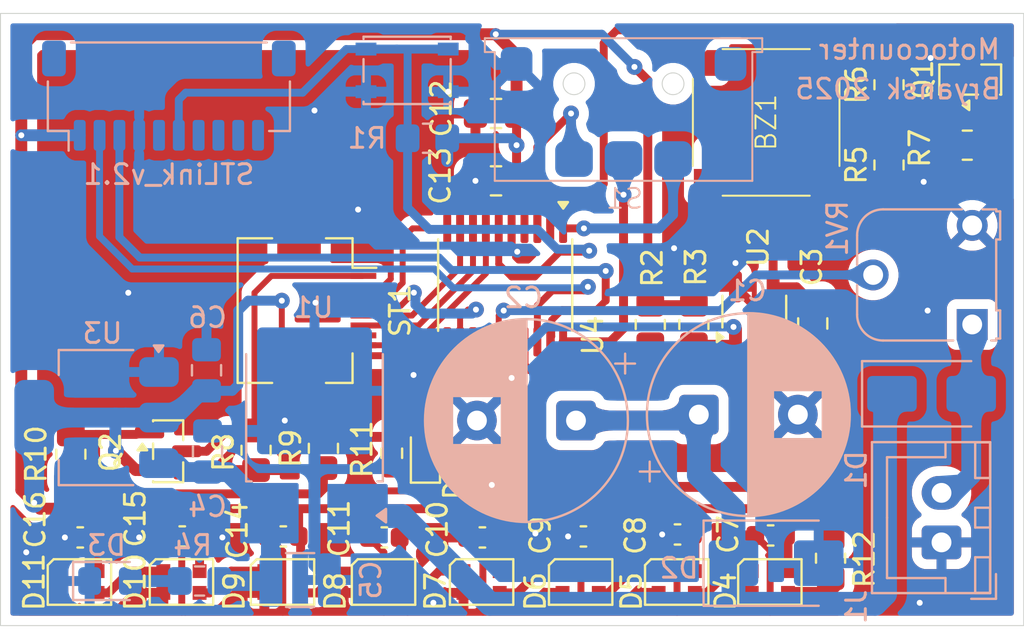
<source format=kicad_pcb>
(kicad_pcb (version 20241229) (generator "pcbnew") (generator_version "9.0")
  (layers (0 "F.Cu" signal) (2 "B.Cu" signal) (13 "F.Paste" user) (15 "B.Paste" user) (5 "F.SilkS" user "F.Silkscreen") (7 "B.SilkS" user "B.Silkscreen") (1 "F.Mask" user) (3 "B.Mask" user) (25 "Edge.Cuts" user))
  (net 0 "")
  (net 1 "Net-(BZ1-Pad2)")
  (net 2 "Net-(Q1-D)")
  (net 5 "Net-(D1-K)")
  (net 6 "GND")
  (net 7 "+3.3V")
  (net 8 "+5V")
  (net 9 "ADC")
  (net 10 "Net-(D3-A)")
  (net 11 "Net-(D4-DOUT)")
  (net 12 "ws2812")
  (net 13 "Net-(D5-DOUT)")
  (net 14 "Net-(D6-DOUT)")
  (net 15 "Net-(D7-DOUT)")
  (net 16 "Net-(D8-DOUT)")
  (net 17 "Net-(D10-DIN)")
  (net 18 "Net-(D10-DOUT)")
  (net 20 "SWCLK")
  (net 21 "SWDIO")
  (net 22 "rst")
  (net 23 "Net-(Q1-G)")
  (net 24 "Net-(Q2-G)")
  (net 25 "LED_display")
  (net 26 "SDA")
  (net 27 "SCL")
  (net 28 "buzzer")
  (net 29 "backlight")
  (net 30 "ADC2MCU")
  (net 32 "LEFT_BUTTON")
  (net 33 "RIGHT_BUTTON")
  (net 34 "OK_BUTTON")
  (net 35 "SCK")
  (net 36 "DC_disp")
  (net 37 "MOSI")
  (net 38 "RESET_disp")
  (net 39 "CS_disp")
  (net 40 "Net-(D12-K)")
  (net 41 "PWM_LED")
  (net 42 "Net-(D4-DIN)")
  (footprint "Capacitor_SMD:C_0603_1608Metric" (layer "F.Cu") (at 146.125 100.6)
    (property "Reference" "C10")
    (property "Value" "100n" (hide yes))
  )
  (footprint "Capacitor_SMD:C_0603_1608Metric" (layer "F.Cu") (at 160.675 100.5 180)
    (property "Reference" "C7")
    (property "Value" "100n" (hide yes))
  )
  (footprint "Capacitor_SMD:C_0805_2012Metric_Pad1.18x1.45mm_HandSolder" (layer "F.Cu") (at 146.8125 82.6)
    (property "Reference" "C13")
    (property "Value" "100n" (hide yes))
  )
  (footprint "Package_SO:TSSOP-20_4.4x6.5mm_P0.65mm" (layer "F.Cu") (at 147.275 87.8625 -90)
    (property "Reference" "U4")
    (property "Value" "STM32G030F6Px" (hide yes))
  )
  (footprint "Resistor_SMD:R_0805_2012Metric_Pad1.20x1.40mm_HandSolder" (layer "F.Cu") (at 156.8 89.85 -90)
    (property "Reference" "R3")
    (property "Value" "10k" (hide yes))
  )
  (footprint "Package_TO_SOT_SMD:SOT-23" (layer "F.Cu") (at 170.75 77.4875 90)
    (property "Reference" "Q1")
    (property "Value" "AO3400A" (hide yes))
  )
  (footprint "LED_SMD:LED_WS2812B-2020_PLCC4_2.0x2.0mm" (layer "F.Cu") (at 160.635 102.85)
    (property "Reference" "D4")
    (property "Value" "WS2812B-2020" (hide yes))
  )
  (footprint "Resistor_SMD:R_0805_2012Metric_Pad1.20x1.40mm_HandSolder" (layer "F.Cu") (at 134.7 96.2 90)
    (property "Reference" "R8")
    (property "Value" "100" (hide yes))
  )
  (footprint "Resistor_SMD:R_0805_2012Metric_Pad1.20x1.40mm_HandSolder" (layer "F.Cu") (at 154.6 89.85 -90)
    (property "Reference" "R2")
    (property "Value" "10k" (hide yes))
  )
  (footprint "Capacitor_SMD:C_0603_1608Metric" (layer "F.Cu") (at 136.075 100.55)
    (property "Reference" "C14")
    (property "Value" "100n" (hide yes))
  )
  (footprint "LED_SMD:LED_WS2812B-2020_PLCC4_2.0x2.0mm" (layer "F.Cu") (at 125.785 102.85)
    (property "Reference" "D11")
    (property "Value" "WS2812B-2020" (hide yes))
  )
  (footprint "own_library:Buzzer_7525" (layer "F.Cu") (at 160.45 79.65)
    (property "Reference" "BZ1")
    (property "Value" "BZ7525")
  )
  (footprint "Capacitor_SMD:C_0603_1608Metric" (layer "F.Cu") (at 125.825 100.6)
    (property "Reference" "C16")
    (property "Value" "100n" (hide yes))
  )
  (footprint "LED_SMD:LED_WS2812B-2020_PLCC4_2.0x2.0mm" (layer "F.Cu") (at 155.935 102.85)
    (property "Reference" "D5")
    (property "Value" "WS2812B-2020" (hide yes))
  )
  (footprint "LED_SMD:LED_WS2812B-2020_PLCC4_2.0x2.0mm" (layer "F.Cu") (at 141.135 102.85)
    (property "Reference" "D8")
    (property "Value" "WS2812B-2020" (hide yes))
  )
  (footprint "LED_SMD:LED_WS2812B-2020_PLCC4_2.0x2.0mm" (layer "F.Cu") (at 136.035 102.85)
    (property "Reference" "D9")
    (property "Value" "WS2812B-2020" (hide yes))
  )
  (footprint "Package_TO_SOT_SMD:SOT-23-5_HandSoldering" (layer "F.Cu") (at 159.85 89.3 90)
    (property "Reference" "U2")
    (property "Value" "AT24CS02-STUM" (hide yes))
  )
  (footprint "Capacitor_SMD:C_0603_1608Metric" (layer "F.Cu") (at 141.175 100.6)
    (property "Reference" "C11")
    (property "Value" "100n" (hide yes))
  )
  (footprint "Capacitor_SMD:C_0603_1608Metric" (layer "F.Cu") (at 151.225 100.55)
    (property "Reference" "C9")
    (property "Value" "100n" (hide yes))
  )
  (footprint "Package_TO_SOT_SMD:SOT-23" (layer "F.Cu") (at 130.2625 96.25)
    (property "Reference" "Q2")
    (property "Value" "AO3401A" (hide yes))
  )
  (footprint "Connector_FFC-FPC:Hirose_FH12-8S-0.5SH_1x08-1MP_P0.50mm_Horizontal" (layer "F.Cu") (at 138.27074 89.15 -90)
    (property "Reference" "ST1")
    (property "Value" "display")
  )
  (footprint "Capacitor_SMD:C_0805_2012Metric_Pad1.18x1.45mm_HandSolder" (layer "F.Cu") (at 162.8 89.8 -90)
    (property "Reference" "C3")
    (property "Value" "100n" (hide yes))
  )
  (footprint "Capacitor_SMD:C_0603_1608Metric" (layer "F.Cu") (at 130.975 100.55)
    (property "Reference" "C15")
    (property "Value" "100n" (hide yes))
  )
  (footprint "LED_SMD:LED_WS2812B-2020_PLCC4_2.0x2.0mm" (layer "F.Cu") (at 146.085 102.85)
    (property "Reference" "D7")
    (property "Value" "WS2812B-2020" (hide yes))
  )
  (footprint "Resistor_SMD:R_0805_2012Metric_Pad1.20x1.40mm_HandSolder" (layer "F.Cu") (at 138.1 96.1 90)
    (property "Reference" "R9")
    (property "Value" "100" (hide yes))
  )
  (footprint "Capacitor_SMD:C_0805_2012Metric_Pad1.18x1.45mm_HandSolder" (layer "F.Cu") (at 146.8125 79.2)
    (property "Reference" "C12")
    (property "Value" "4.7u" (hide yes))
  )
  (footprint "Resistor_SMD:R_0805_2012Metric_Pad1.20x1.40mm_HandSolder" (layer "F.Cu") (at 163.7 101.65 90)
    (property "Reference" "R12")
    (property "Value" "220" (hide yes))
  )
  (footprint "LED_SMD:LED_WS2812B-2020_PLCC4_2.0x2.0mm" (layer "F.Cu") (at 130.935 102.85)
    (property "Reference" "D10")
    (property "Value" "WS2812B-2020" (hide yes))
  )
  (footprint "LED_SMD:LED_0603_1608Metric" (layer "F.Cu") (at 143.25 96.35 90)
    (property "Reference" "D12")
    (property "Value" "LED" (hide yes))
  )
  (footprint "Resistor_SMD:R_0805_2012Metric_Pad1.20x1.40mm_HandSolder" (layer "F.Cu") (at 166.65 81.8 90)
    (property "Reference" "R5")
    (property "Value" "22R" (hide yes))
  )
  (footprint "Resistor_SMD:R_0805_2012Metric_Pad1.20x1.40mm_HandSolder" (layer "F.Cu") (at 166.65 77.75 90)
    (property "Reference" "R6")
    (property "Value" "100" (hide yes))
  )
  (footprint "Capacitor_SMD:C_0603_1608Metric" (layer "F.Cu") (at 155.975 100.45 180)
    (property "Reference" "C8")
    (property "Value" "100n" (hide yes))
  )
  (footprint "Resistor_SMD:R_0805_2012Metric_Pad1.20x1.40mm_HandSolder" (layer "F.Cu") (at 170.6 80.8)
    (property "Reference" "R7")
    (property "Value" "1k" (hide yes))
  )
  (footprint "Resistor_SMD:R_0603_1608Metric" (layer "F.Cu") (at 141.55 96.35 90)
    (property "Reference" "R11")
    (property "Value" "1k" (hide yes))
  )
  (footprint "Resistor_SMD:R_0805_2012Metric_Pad1.20x1.40mm_HandSolder" (layer "F.Cu") (at 125.35 96.4 -90)
    (property "Reference" "R10")
    (property "Value" "10k" (hide yes))
  )
  (footprint "LED_SMD:LED_WS2812B-2020_PLCC4_2.0x2.0mm" (layer "F.Cu") (at 151.085 102.85)
    (property "Reference" "D6")
    (property "Value" "WS2812B-2020" (hide yes))
  )
  (footprint "Button_Switch_SMD:SW_SPST_PTS810" (layer "B.Cu") (at 142.325 77.025)
    (property "Reference" "rst_but1" (hide yes))
    (property "Value" "SW2")
  )
  (footprint "Capacitor_SMD:C_0805_2012Metric_Pad1.18x1.45mm_HandSolder" (layer "B.Cu") (at 132.25 96.2625 90)
    (property "Reference" "C4")
    (property "Value" "100n" (hide yes))
  )
  (footprint "Potentiometer_THT:Potentiometer_Runtron_RM-065_Vertical" (layer "B.Cu") (at 170.85 89.85 90)
    (property "Reference" "RV1")
    (property "Value" "50k" (hide yes))
  )
  (footprint "Capacitor_SMD:C_1210_3225Metric" (layer "B.Cu") (at 136.925 102.75)
    (property "Reference" "C5")
    (property "Value" "100n" (hide yes))
  )
  (footprint "Capacitor_THT:CP_Radial_D10.0mm_P5.00mm" (layer "B.Cu") (at 157.05 94.4)
    (property "Reference" "C1")
    (property "Value" "1000uF" (hide yes))
  )
  (footprint "Package_TO_SOT_SMD:SOT-223-3_TabPin2" (layer "B.Cu") (at 126.65 94.55 180)
    (property "Reference" "U3")
    (property "Value" "AMS1117-3.3" (hide yes))
  )
  (footprint "Diode_SMD:D_SMA" (layer "B.Cu") (at 168.8 93.35)
    (property "Reference" "D1")
    (property "Value" "SS34" (hide yes))
  )
  (footprint "LED_SMD:LED_0805_2012Metric_Pad1.15x1.40mm_HandSolder" (layer "B.Cu") (at 127.325 102.8)
    (property "Reference" "D3")
    (property "Value" "LED" (hide yes))
  )
  (footprint "Resistor_SMD:R_0805_2012Metric_Pad1.20x1.40mm_HandSolder" (layer "B.Cu") (at 143.35 80.45 180)
    (property "Reference" "R1")
    (property "Value" "10k" (hide yes))
  )
  (footprint "Connector_JST:JST_XH_B2B-XH-A_1x02_P2.50mm_Vertical" (layer "B.Cu") (at 169.3 100.85 90)
    (property "Reference" "J1")
    (property "Value" "Conn_01x02_Socket" (hide yes))
  )
  (footprint "Capacitor_SMD:C_0805_2012Metric_Pad1.18x1.45mm_HandSolder" (layer "B.Cu") (at 132.2 92.1625 90)
    (property "Reference" "C6")
    (property "Value" "2.2uF" (hide yes))
  )
  (footprint "Diode_SMD:D_SMB" (layer "B.Cu") (at 160.95 101.9)
    (property "Reference" "D2")
    (property "Value" "SMAJ16A" (hide yes))
  )
  (footprint "Resistor_SMD:R_0805_2012Metric_Pad1.20x1.40mm_HandSolder" (layer "B.Cu") (at 131.85 102.8)
    (property "Reference" "R4")
    (property "Value" "10k" (hide yes))
  )
  (footprint "own_library:slide_button" (layer "B.Cu") (at 153.25 75.9 180)
    (property "Reference" "S1")
    (property "Value" "~" (hide yes))
    (fp_circle (center 2.5 -1.8) (end 3.05 -1.8) (stroke (width 0.05)) (fill no) (layer "Edge.Cuts"))
    (fp_circle (center -2.5 -1.8) (end -1.95 -1.8) (stroke (width 0.05)) (fill no) (layer "Edge.Cuts"))
  )
  (footprint "Capacitor_THT:CP_Radial_D10.0mm_P5.00mm" (layer "B.Cu") (at 150.85 94.7 180)
    (property "Reference" "C2")
    (property "Value" "1000uF" (hide yes))
  )
  (footprint "Package_TO_SOT_SMD:TO-252-2" (layer "B.Cu") (at 137.65 94.46 90)
    (property "Reference" "U1")
    (property "Value" "L7805" (hide yes))
  )
  (footprint "Connector_JST:JST_SH_SM10B-SRSS-TB_1x10-1MP_P1.00mm_Horizontal" (layer "B.Cu") (at 130.3 78.3)
    (property "Reference" "STLink_v2.1")
    (property "Value" "~")
  )
  (gr_rect (start 134 97.95) (end 136.75 100.8) (stroke (width 0.2)) (fill yes) (layers "B.Cu" "B.Mask") (net 8))
  (gr_rect (start 138.4 98) (end 141.25 100.8) (stroke (width 0.2)) (fill yes) (layers "B.Cu" "B.Mask") (net 5))
  (gr_rect (start 121.8 74.15) (end 173.45 105.05) (stroke (width 0.05)) (fill no) (layer "Edge.Cuts"))
  (gr_text "Bryansk 2025\n" (at 172.4 78.55 0) (layer "B.SilkS") (effects (font (size 1 1)) (justify left bottom mirror)))
  (gr_text "Motocounter\n" (at 172.35 76.55 0) (layer "B.SilkS") (effects (font (size 1 1)) (justify left bottom mirror)))
  (segment (start 157.45 81) (end 157.45 82.65) (width 0.4) (layer "F.Cu") (net 1))
  (segment (start 166.65 80.8) (end 166.15 80.3) (width 0.4) (layer "F.Cu") (net 1))
  (segment (start 158.15 80.3) (end 157.45 81) (width 0.4) (layer "F.Cu") (net 1))
  (segment (start 166.15 80.3) (end 158.15 80.3) (width 0.4) (layer "F.Cu") (net 1))
  (segment (start 163.8 84.35) (end 168.55 84.35) (width 0.4) (layer "F.Cu") (net 2))
  (segment (start 169.7 83.2) (end 172 83.2) (width 0.4) (layer "F.Cu") (net 2))
  (segment (start 163.45 84) (end 163.8 84.35) (width 0.4) (layer "F.Cu") (net 2))
  (segment (start 172.2 76.85) (end 171.05 76.85) (width 0.4) (layer "F.Cu") (net 2))
  (segment (start 172.7 77.35) (end 172.2 76.85) (width 0.4) (layer "F.Cu") (net 2))
  (segment (start 171.05 76.85) (end 170.75 76.55) (width 0.35) (layer "F.Cu") (net 2))
  (segment (start 163.45 82.65) (end 163.45 84) (width 0.4) (layer "F.Cu") (net 2))
  (segment (start 168.55 84.35) (end 169.7 83.2) (width 0.4) (layer "F.Cu") (net 2))
  (segment (start 172.7 82.5) (end 172.7 77.35) (width 0.4) (layer "F.Cu") (net 2))
  (segment (start 172 83.2) (end 172.7 82.5) (width 0.4) (layer "F.Cu") (net 2))
  (segment (start 156.75 94.7) (end 157.05 94.4) (width 1) (layer "F.Cu") (net 5))
  (segment (start 150.85 94.7) (end 156.75 94.7) (width 1) (layer "F.Cu") (net 5))
  (segment (start 157.05 97.45) (end 158.8 99.2) (width 1.2) (layer "B.Cu") (net 5))
  (segment (start 165.95 103.95) (end 146.5 103.95) (width 1.2) (layer "B.Cu") (net 5))
  (segment (start 156.65 94.4) (end 156.35 94.7) (width 0.6) (layer "B.Cu") (net 5))
  (segment (start 166.8 93.35) (end 166.45 93.7) (width 1.2) (layer "B.Cu") (net 5))
  (segment (start 166.45 93.7) (end 166.45 103.45) (width 1.2) (layer "B.Cu") (net 5))
  (segment (start 157.05 94.4) (end 156.65 94.4) (width 0.6) (layer "B.Cu") (net 5))
  (segment (start 142.07 99.52) (end 139.95 99.52) (width 1.2) (layer "B.Cu") (net 5))
  (segment (start 139.95 99.52) (end 139.93 99.5) (width 1) (layer "B.Cu") (net 5))
  (segment (start 146.5 103.95) (end 142.07 99.52) (width 1.2) (layer "B.Cu") (net 5))
  (segment (start 156.35 94.7) (end 150.85 94.7) (width 1) (layer "B.Cu") (net 5))
  (segment (start 157.05 94.4) (end 157.05 97.45) (width 1.2) (layer "B.Cu") (net 5))
  (segment (start 158.8 99.2) (end 158.8 103.8) (width 1.2) (layer "B.Cu") (net 5))
  (segment (start 166.45 103.45) (end 165.95 103.95) (width 1.2) (layer "B.Cu") (net 5))
  (segment (start 146.15 101.4) (end 146.15 104.374) (width 0.35) (layer "F.Cu") (net 6))
  (segment (start 135.3 100.55) (end 136.05 101.3) (width 0.35) (layer "F.Cu") (net 6))
  (segment (start 140.4 100.6) (end 141.15 101.35) (width 0.35) (layer "F.Cu") (net 6))
  (segment (start 141.5 87.55) (end 141.5 83.65) (width 0.3) (layer "F.Cu") (net 6))
  (segment (start 159.9 100.5) (end 160.65 101.25) (width 0.35) (layer "F.Cu") (net 6))
  (segment (start 138.55 87.9) (end 137.7 88.75) (width 0.3) (layer "F.Cu") (net 6))
  (segment (start 155.2 100.45) (end 155.95 101.2) (width 0.35) (layer "F.Cu") (net 6))
  (segment (start 159.85 88.9) (end 159.85 90.65) (width 0.45) (layer "F.Cu") (net 6))
  (segment (start 158.9 87.95) (end 159.85 88.9) (width 0.45) (layer "F.Cu") (net 6))
  (segment (start 150.45 100.55) (end 151.1 101.2) (width 0.35) (layer "F.Cu") (net 6))
  (segment (start 141.15 87.9) (end 141.5 87.55) (width 0.3) (layer "F.Cu") (net 6))
  (segment (start 151.1 103.9) (end 151.1 104.15) (width 0.35) (layer "F.Cu") (net 6))
  (segment (start 147.6 85.9) (end 147.6 85) (width 0.4) (layer "F.Cu") (net 6))
  (segment (start 158.9 87.95) (end 158.9 86.75) (width 0.45) (layer "F.Cu") (net 6))
  (segment (start 155.95 101.2) (end 155.95 104.374) (width 0.35) (layer "F.Cu") (net 6))
  (segment (start 145.35 100.6) (end 146.15 101.4) (width 0.35) (layer "F.Cu") (net 6))
  (segment (start 151.1 101.2) (end 151.1 103.9) (width 0.35) (layer "F.Cu") (net 6))
  (segment (start 160.65 101.25) (end 160.65 104.374) (width 0.35) (layer "F.Cu") (net 6))
  (segment (start 142.55 82.6) (end 145.775 82.6) (width 0.3) (layer "F.Cu") (net 6))
  (segment (start 130.95 101.3) (end 130.95 104.374) (width 0.35) (layer "F.Cu") (net 6))
  (segment (start 142.35 104.374) (end 164.05 104.374) (width 0.35) (layer "F.Cu") (net 6))
  (segment (start 131.124 104.374) (end 122.774 104.374) (width 0.35) (layer "F.Cu") (net 6))
  (segment (start 145.775 82.6) (end 145.775 83.275) (width 0.35) (layer "F.Cu") (net 6))
  (segment (start 147.6 84.05) (end 147.6 85) (width 0.35) (layer "F.Cu") (net 6))
  (segment (start 136.05 101.3) (end 136.05 104.374) (width 0.35) (layer "F.Cu") (net 6))
  (segment (start 141.15 101.35) (end 141.15 104.374) (width 0.35) (layer "F.Cu") (net 6))
  (segment (start 131.124 104.374) (end 142.35 104.374) (width 0.35) (layer "F.Cu") (net 6))
  (segment (start 141.5 83.65) (end 142.55 82.6) (width 0.3) (layer "F.Cu") (net 6))
  (segment (start 140.12074 87.9) (end 138.55 87.9) (width 0.3) (layer "F.Cu") (net 6))
  (segment (start 147.877501 86.177501) (end 147.6 85.9) (width 0.4) (layer "F.Cu") (net 6))
  (segment (start 145.775 83.275) (end 146.15 83.65) (width 0.35) (layer "F.Cu") (net 6))
  (segment (start 130.2 100.55) (end 130.95 101.3) (width 0.35) (layer "F.Cu") (net 6))
  (segment (start 147.2 83.65) (end 147.6 84.05) (width 0.35) (layer "F.Cu") (net 6))
  (segment (start 137.7 88.75) (end 137.25 89.2) (width 0.3) (layer "F.Cu") (net 6))
  (segment (start 146.15 83.65) (end 147.2 83.65) (width 0.35) (layer "F.Cu") (net 6))
  (segment (start 147.884575 86.177501) (end 147.877501 86.177501) (width 0.4) (layer "F.Cu") (net 6))
  (segment (start 140.12074 87.9) (end 141.15 87.9) (width 0.3) (layer "F.Cu") (net 6))
  (via (at 139.85 84.05) (size 0.6) (drill 0.3) (layers "F.Cu" "B.Cu") (net 6))
  (via (at 168.6 89.15) (size 0.8) (drill 0.3) (layers "F.Cu" "B.Cu") (net 6))
  (via (at 125.05 100.6) (size 0.6) (drill 0.3) (layers "F.Cu" "B.Cu") (net 6))
  (via (at 146.6 97.95) (size 0.8) (drill 0.3) (layers "F.Cu" "B.Cu") (net 6))
  (via (at 136.15 94.7) (size 0.8) (drill 0.3) (layers "F.Cu" "B.Cu") (net 6))
  (via (at 142.65 92.4) (size 0.8) (drill 0.3) (layers "F.Cu" "B.Cu") (net 6))
  (via (at 147.884575 86.177501) (size 0.6) (drill 0.3) (layers "F.Cu" "B.Cu") (net 6))
  (via (at 148.8 100.4) (size 0.8) (drill 0.3) (layers "F.Cu" "B.Cu") (net 6))
  (via (at 137.65 79.05) (size 0.8) (drill 0.3) (layers "F.Cu" "B.Cu") (net 6))
  (via (at 155.8 86) (size 0.8) (drill 0.3) (layers "F.Cu" "B.Cu") (net 6))
  (via (at 133 100.6) (size 0.8) (drill 0.3) (layers "F.Cu" "B.Cu") (net 6))
  (via (at 158.9 86.75) (size 0.8) (drill 0.3) (layers "F.Cu" "B.Cu") (net 6))
  (via (at 137.7 88.75) (size 0.8) (drill 0.3) (layers "F.Cu" "B.Cu") (net 6))
  (via (at 150.45 100.55) (size 0.8) (drill 0.3) (layers "F.Cu" "B.Cu") (net 6))
  (via (at 168.2 103.9) (size 0.8) (drill 0.3) (layers "F.Cu" "B.Cu") (net 6))
  (via (at 168.4 82.65) (size 0.8) (drill 0.3) (layers "F.Cu" "B.Cu") (net 6))
  (via (at 123.1 101.35) (size 0.8) (drill 0.3) (layers "F.Cu" "B.Cu") (net 6))
  (via (at 168.75 76.4) (size 0.8) (drill 0.3) (layers "F.Cu" "B.Cu") (net 6))
  (via (at 128.25 88.25) (size 0.8) (drill 0.3) (layers "F.Cu" "B.Cu") (net 6))
  (via (at 143.65 103.9) (size 0.6) (drill 0.3) (layers "F.Cu" "B.Cu") (net 6))
  (via (at 128.8 100.6) (size 0.8) (drill 0.3) (layers "F.Cu" "B.Cu") (net 6))
  (via (at 144.4 78.1) (size 0.6) (drill 0.3) (layers "F.Cu" "B.Cu") (net 6))
  (via (at 145.775 82.6) (size 0.8) (drill 0.3) (layers "F.Cu" "B.Cu") (net 6))
  (via (at 155.2 100.45) (size 0.8) (drill 0.3) (layers "F.Cu" "B.Cu") (net 6))
  (segment (start 137.65 102) (end 138.4 102.75) (width 0.6) (layer "B.Cu") (net 6))
  (segment (start 135.625 95.225) (end 136.15 94.7) (width 0.4) (layer "B.Cu") (net 6))
  (segment (start 140.773 85.873) (end 139.845 84.945) (width 0.4) (layer "B.Cu") (net 6))
  (segment (start 147.884575 86.177501) (end 147.580074 85.873) (width 0.4) (layer "B.Cu") (net 6))
  (segment (start 146.85 76.7) (end 145.55 75.4) (width 0.6) (layer "B.Cu") (net 6))
  (segment (start 132.2 89.55) (end 132.1 89.45) (width 0.4) (layer "B.Cu") (net 6))
  (segment (start 147.85 76.7) (end 146.85 76.7) (width 0.6) (layer "B.Cu") (net 6))
  (segment (start 147.580074 85.873) (end 140.773 85.873) (width 0.4) (layer "B.Cu") (net 6))
  (segment (start 137.65 93.2) (end 137.65 102) (width 0.6) (layer "B.Cu") (net 6))
  (segment (start 132.25 95.225) (end 135.625 95.225) (width 0.6) (layer "B.Cu") (net 6))
  (segment (start 139.85 84.94) (end 139.85 84.05) (width 0.4) (layer "B.Cu") (net 6))
  (segment (start 132.2 91.125) (end 132.2 89.55) (width 0.4) (layer "B.Cu") (net 6))
  (segment (start 139.845 84.945) (end 139.85 84.94) (width 0.4) (layer "B.Cu") (net 6))
  (segment (start 136.15 94.7) (end 137.65 93.2) (width 0.4) (layer "B.Cu") (net 6))
  (segment (start 140.12074 90.4) (end 136.35 90.4) (width 0.3) (layer "F.Cu") (net 7))
  (segment (start 160.8 81.8) (end 160.8 85.85) (width 0.45) (layer "F.Cu") (net 7))
  (segment (start 147.85 82.6) (end 147.85 79.2) (width 0.45) (layer "F.Cu") (net 7))
  (segment (start 148.25 83) (end 147.85 82.6) (width 0.35) (layer "F.Cu") (net 7))
  (segment (start 156.75 100.45) (end 156.75 99.15) (width 0.45) (layer "F.Cu") (net 7))
  (segment (start 156.8 86.8) (end 157.75 85.85) (width 0.45) (layer "F.Cu") (net 7))
  (segment (start 152.1 99.15) (end 156.75 99.15) (width 0.45) (layer "F.Cu") (net 7))
  (segment (start 160.8 85.85) (end 160.8 87.95) (width 0.45) (layer "F.Cu") (net 7))
  (segment (start 156.85 100.55) (end 156.75 100.45) (width 0.45) (layer "F.Cu") (net 7))
  (segment (start 131.85 102.3) (end 131.85 100.65) (width 0.45) (layer "F.Cu") (net 7))
  (segment (start 125.35 99.15) (end 126.6 99.15) (width 0.6) (layer "F.Cu") (net 7))
  (segment (start 166.65 82.8) (end 165 81.15) (width 0.45) (layer "F.Cu") (net 7))
  (segment (start 156.8 88.85) (end 156.8 86.8) (width 0.45) (layer "F.Cu") (net 7))
  (segment (start 165 81.15) (end 161.45 81.15) (width 0.45) (layer "F.Cu") (net 7))
  (segment (start 127.65 96.225) (end 127.625 96.225) (width 0.6) (layer "F.Cu") (net 7))
  (segment (start 136 90.05) (end 136 88.65) (width 0.3) (layer "F.Cu") (net 7))
  (segment (start 152 100.55) (end 152 99.25) (width 0.45) (layer "F.Cu") (net 7))
  (segment (start 142.05 99.15) (end 146.85 99.15) (width 0.45) (layer "F.Cu") (net 7))
  (segment (start 154.474 88.724) (end 154.474 77.524) (width 0.45) (layer "F.Cu") (net 7))
  (segment (start 136.85 99.2) (end 136.8 99.15) (width 0.45) (layer "F.Cu") (net 7))
  (segment (start 152 102.3) (end 152 100.55) (width 0.45) (layer "F.Cu") (net 7))
  (segment (start 141.95 100.6) (end 141.95 99.25) (width 0.45) (layer "F.Cu") (net 7))
  (segment (start 161.45 99.55) (end 161.45 100.5) (width 0.45) (layer "F.Cu") (net 7))
  (segment (start 136.35 90.4) (end 136 90.05) (width 0.3) (layer "F.Cu") (net 7))
  (segment (start 161.9875 87.95) (end 162.8 88.7625) (width 0.45) (layer "F.Cu") (net 7))
  (segment (start 126.6 99.15) (end 131.8 99.15) (width 0.45) (layer "F.Cu") (net 7))
  (segment (start 161.55 100.6) (end 161.45 100.5) (width 0.45) (layer "F.Cu") (net 7))
  (segment (start 154.6 88.85) (end 156.8 88.85) (width 0.45) (layer "F.Cu") (net 7))
  (segment (start 154.474 77.524) (end 153.8 76.85) (width 0.45) (layer "F.Cu") (net 7))
  (segment (start 122.85 80.15) (end 122.85 80.3) (width 0.6) (layer "F.Cu") (net 7))
  (segment (start 131.85 100.65) (end 131.75 100.55) (width 0.45) (layer "F.Cu") (net 7))
  (segment (start 152 99.25) (end 152.1 99.15) (width 0.45) (layer "F.Cu") (net 7))
  (segment (start 161.45 81.15) (end 160.8 81.8) (width 0.45) (layer "F.Cu") (net 7))
  (segment (start 146.8 75.2) (end 147.85 76.25) (width 0.6) (layer "F.Cu") (net 7))
  (segment (start 156.85 102.3) (end 156.85 100.55) (width 0.45) (layer "F.Cu") (net 7))
  (segment (start 126.6 99.15) (end 126.6 100.6) (width 0.45) (layer "F.Cu") (net 7))
  (segment (start 141.95 99.25) (end 142.05 99.15) (width 0.45) (layer "F.Cu") (net 7))
  (segment (start 122.85 75.85) (end 123.5 75.2) (width 0.6) (layer "F.Cu") (net 7))
  (segment (start 131.75 99.2) (end 131.8 99.15) (width 0.45) (layer "F.Cu") (net 7))
  (segment (start 156.75 99.15) (end 161.05 99.15) (width 0.45) (layer "F.Cu") (net 7))
  (segment (start 126.7 100.7) (end 126.6 100.6) (width 0.45) (layer "F.Cu") (net 7))
  (segment (start 147 102.3) (end 147 100.7) (width 0.45) (layer "F.Cu") (net 7))
  (segment (start 123.8 99.15) (end 125.35 99.15) (width 0.6) (layer "F.Cu") (net 7))
  (segment (start 123.5 98.85) (end 123.8 99.15) (width 0.6) (layer "F.Cu") (net 7))
  (segment (start 128.625 97.2) (end 127.65 96.225) (width 0.6) (layer "F.Cu") (net 7))
  (segment (start 122.85 80.15) (end 122.85 75.85) (width 0.6) (layer "F.Cu") (net 7))
  (segment (start 154.6 88.85) (end 154.474 88.724) (width 0.45) (layer "F.Cu") (net 7))
  (segment (start 147 100.7) (end 146.9 100.6) (width 0.45) (layer "F.Cu") (net 7))
  (segment (start 131.8 99.15) (end 136.8 99.15) (width 0.45) (layer "F.Cu") (net 7))
  (segment (start 136.85 100.55) (end 136.85 99.2) (width 0.45) (layer "F.Cu") (net 7))
  (segment (start 146.85 99.15) (end 152.1 99.15) (width 0.45) (layer "F.Cu") (net 7))
  (segment (start 125.35 97.4) (end 125.35 99.15) (width 0.6) (layer "F.Cu") (net 7))
  (segment (start 146.9 100.6) (end 146.9 99.2) (width 0.45) (layer "F.Cu") (net 7))
  (segment (start 136.95 102.3) (end 136.95 100.65) (width 0.45) (layer "F.Cu") (net 7))
  (segment (start 146.9 99.2) (end 146.85 99.15) (width 0.45) (layer "F.Cu") (net 7))
  (segment (start 122.85 80.3) (end 122.85 98.2) (width 0.6) (layer "F.Cu") (net 7))
  (segment (start 131.75 100.55) (end 131.75 99.2) (width 0.45) (layer "F.Cu") (net 7))
  (segment (start 148.25 85) (end 148.25 83) (width 0.35) (layer "F.Cu") (net 7))
  (segment (start 126.7 102.3) (end 126.7 100.7) (width 0.45) (layer "F.Cu") (net 7))
  (segment (start 129.325 97.2) (end 128.625 97.2) (width 0.4) (layer "F.Cu") (net 7))
  (segment (start 157.75 85.85) (end 160.8 85.85) (width 0.45) (layer "F.Cu") (net 7))
  (segment (start 147.85 76.25) (end 147.85 79.2) (width 0.6) (layer "F.Cu") (net 7))
  (segment (start 161.05 99.15) (end 161.45 99.55) (width 0.45) (layer "F.Cu") (net 7))
  (segment (start 122.85 98.2) (end 123.5 98.85) (width 0.6) (layer "F.Cu") (net 7))
  (segment (start 160.8 87.95) (end 161.9875 87.95) (width 0.45) (layer "F.Cu") (net 7))
  (segment (start 142.05 102.3) (end 142.05 100.7) (width 0.45) (layer "F.Cu") (net 7))
  (segment (start 123.5 75.2) (end 146.8 75.2) (width 0.6) (layer "F.Cu") (net 7))
  (segment (start 136.95 100.65) (end 136.85 100.55) (width 0.45) (layer "F.Cu") (net 7))
  (segment (start 161.55 102.3) (end 161.55 100.6) (width 0.45) (layer "F.Cu") (net 7))
  (segment (start 142.05 100.7) (end 141.95 100.6) (width 0.45) (layer "F.Cu") (net 7))
  (segment (start 136.8 99.15) (end 142.05 99.15) (width 0.45) (layer "F.Cu") (net 7))
  (via (at 122.85 80.3) (size 0.6) (drill 0.3) (layers "F.Cu" "B.Cu") (net 7))
  (via (at 153.8 76.85) (size 0.8) (drill 0.3) (layers "F.Cu" "B.Cu") (net 7))
  (via (at 123.5 98.85) (size 0.6) (drill 0.3) (layers "F.Cu" "B.Cu") (net 7))
  (via (at 136 88.65) (size 0.8) (drill 0.3) (layers "F.Cu" "B.Cu") (net 7))
  (via (at 146.8 75.2) (size 0.6) (drill 0.3) (layers "F.Cu" "B.Cu") (net 7))
  (via (at 147.85 80.8) (size 0.8) (drill 0.3) (layers "F.Cu" "B.Cu") (net 7))
  (via (at 127.625 96.225) (size 0.8) (drill 0.3) (layers "F.Cu" "B.Cu") (net 7))
  (segment (start 133.8 89.15) (end 133.8 92.9) (width 0.5) (layer "B.Cu") (net 7))
  (segment (start 131.85 93.2) (end 132.2 93.2) (width 0.6) (layer "B.Cu") (net 7))
  (segment (start 127.6 96.175) (end 127.6 94.55) (width 0.6) (layer "B.Cu") (net 7))
  (segment (start 127.6 94.55) (end 123.5 94.55) (width 1) (layer "B.Cu") (net 7))
  (segment (start 130.5 94.55) (end 131.85 93.2) (width 1) (layer "B.Cu") (net 7))
  (segment (start 147.85 80.8) (end 147.85 80.7) (width 0.5) (layer "B.Cu") (net 7))
  (segment (start 147.6 80.45) (end 144.35 80.45) (width 0.5) (layer "B.Cu") (net 7))
  (segment (start 147.85 80.7) (end 147.6 80.45) (width 0.5) (layer "B.Cu") (net 7))
  (segment (start 129.8 94.55) (end 130.5 94.55) (width 0.6) (layer "B.Cu") (net 7))
  (segment (start 144.35 80.45) (end 144.35 81.05) (width 0.4) (layer "B.Cu") (net 7))
  (segment (start 153.8 76.85) (end 152.15 75.2) (width 0.45) (layer "B.Cu") (net 7))
  (segment (start 123.5 94.55) (end 123.5 98.85) (width 1) (layer "B.Cu") (net 7))
  (segment (start 129.8 94.55) (end 127.6 94.55) (width 1) (layer "B.Cu") (net 7))
  (segment (start 133.5 93.2) (end 132.2 93.2) (width 0.5) (layer "B.Cu") (net 7))
  (segment (start 127.625 96.225) (end 127.625 96.2) (width 0.6) (layer "B.Cu") (net 7))
  (segment (start 136 88.65) (end 134.3 88.65) (width 0.5) (layer "B.Cu") (net 7))
  (segment (start 123 80.3) (end 125.8 80.3) (width 0.6) (layer "B.Cu") (net 7))
  (segment (start 134.3 88.65) (end 133.8 89.15) (width 0.5) (layer "B.Cu") (net 7))
  (segment (start 144.35 81.6) (end 144.35 80.45) (width 0.6) (layer "B.Cu") (net 7))
  (segment (start 133.8 92.9) (end 133.5 93.2) (width 0.5) (layer "B.Cu") (net 7))
  (segment (start 152.15 75.2) (end 146.8 75.2) (width 0.45) (layer "B.Cu") (net 7))
  (segment (start 127.625 96.2) (end 127.6 96.175) (width 0.6) (layer "B.Cu") (net 7))
  (segment (start 130.65 96.85) (end 131.1 97.3) (width 1) (layer "B.Cu") (net 8))
  (segment (start 135.45 99.58) (end 135.37 99.5) (width 0.6) (layer "B.Cu") (net 8))
  (segment (start 135.45 102.75) (end 135.45 99.58) (width 1) (layer "B.Cu") (net 8))
  (segment (start 129.8 96.85) (end 130.65 96.85) (width 0.6) (layer "B.Cu") (net 8))
  (segment (start 135.375 99.375) (end 133.3 97.3) (width 1) (layer "B.Cu") (net 8))
  (segment (start 131.1 97.3) (end 132.25 97.3) (width 1) (layer "B.Cu") (net 8))
  (segment (start 133.3 97.3) (end 132.25 97.3) (width 1) (layer "B.Cu") (net 8))
  (segment (start 132.85 102.8) (end 135.4 102.8) (width 1) (layer "B.Cu") (net 8))
  (segment (start 169.9 98.35) (end 170.8 97.45) (width 1) (layer "B.Cu") (net 9))
  (segment (start 169.3 98.35) (end 169.9 98.35) (width 0.6) (layer "B.Cu") (net 9))
  (segment (start 170.8 97.45) (end 170.8 93.35) (width 1) (layer "B.Cu") (net 9))
  (segment (start 170.8 93.35) (end 170.8 89.9) (width 1) (layer "B.Cu") (net 9))
  (segment (start 170.8 89.9) (end 170.85 89.85) (width 0.6) (layer "B.Cu") (net 9))
  (segment (start 128.35 102.8) (end 130.85 102.8) (width 0.6) (layer "B.Cu") (net 10))
  (segment (start 157.45 103.4) (end 158.55 102.3) (width 0.45) (layer "F.Cu") (net 11))
  (segment (start 156.85 103.4) (end 157.45 103.4) (width 0.45) (layer "F.Cu") (net 11))
  (segment (start 158.55 102.3) (end 159.72 102.3) (width 0.45) (layer "F.Cu") (net 11))
  (segment (start 163.7 98.9) (end 163.7 100.65) (width 0.5) (layer "F.Cu") (net 12))
  (segment (start 146.3 92.55) (end 148.6 94.85) (width 0.5) (layer "F.Cu") (net 12))
  (segment (start 146.3 90.725) (end 146.3 92.55) (width 0.4) (layer "F.Cu") (net 12))
  (segment (start 149.6 98.05) (end 162.85 98.05) (width 0.5) (layer "F.Cu") (net 12))
  (segment (start 148.6 94.85) (end 148.6 97.05) (width 0.5) (layer "F.Cu") (net 12))
  (segment (start 162.85 98.05) (end 163.7 98.9) (width 0.5) (layer "F.Cu") (net 12))
  (segment (start 148.6 97.05) (end 149.6 98.05) (width 0.5) (layer "F.Cu") (net 12))
  (segment (start 152.5 103.4) (end 153.6 102.3) (width 0.45) (layer "F.Cu") (net 13))
  (segment (start 152 103.4) (end 152.5 103.4) (width 0.45) (layer "F.Cu") (net 13))
  (segment (start 153.6 102.3) (end 155.02 102.3) (width 0.45) (layer "F.Cu") (net 13))
  (segment (start 149 102.3) (end 150.17 102.3) (width 0.45) (layer "F.Cu") (net 14))
  (segment (start 147 103.4) (end 147.9 103.4) (width 0.45) (layer "F.Cu") (net 14))
  (segment (start 147.9 103.4) (end 149 102.3) (width 0.45) (layer "F.Cu") (net 14))
  (segment (start 142.05 103.4) (end 142.85 103.4) (width 0.45) (layer "F.Cu") (net 15))
  (segment (start 143.95 102.3) (end 145.17 102.3) (width 0.45) (layer "F.Cu") (net 15))
  (segment (start 142.85 103.4) (end 143.95 102.3) (width 0.45) (layer "F.Cu") (net 15))
  (segment (start 136.95 103.4) (end 137.8 103.4) (width 0.45) (layer "F.Cu") (net 16))
  (segment (start 138.9 102.3) (end 140.22 102.3) (width 0.45) (layer "F.Cu") (net 16))
  (segment (start 137.8 103.4) (end 138.9 102.3) (width 0.45) (layer "F.Cu") (net 16))
  (segment (start 132.35 103.4) (end 133.45 102.3) (width 0.45) (layer "F.Cu") (net 17))
  (segment (start 133.45 102.3) (end 135.12 102.3) (width 0.45) (layer "F.Cu") (net 17))
  (segment (start 131.85 103.4) (end 132.35 103.4) (width 0.45) (layer "F.Cu") (net 17))
  (segment (start 127.25 103.4) (end 128.35 102.3) (width 0.45) (layer "F.Cu") (net 18))
  (segment (start 126.7 103.4) (end 127.25 103.4) (width 0.45) (layer "F.Cu") (net 18))
  (segment (start 128.35 102.3) (end 130.02 102.3) (width 0.45) (layer "F.Cu") (net 18))
  (segment (start 149.624 90.451058) (end 149.599 90.476058) (width 0.35) (layer "F.Cu") (net 20))
  (segment (start 152.35 87.15) (end 152.35 88.65) (width 0.4) (layer "F.Cu") (net 20))
  (segment (start 152.35 88.65) (end 151.9 89.1) (width 0.35) (layer "F.Cu") (net 20))
  (segment (start 149.599 90.476058) (end 149.599 90.676) (width 0.35) (layer "F.Cu") (net 20))
  (segment (start 151.9 89.1) (end 150.15 89.1) (width 0.35) (layer "F.Cu") (net 20))
  (segment (start 149.599 90.676) (end 149.55 90.725) (width 0.35) (layer "F.Cu") (net 20))
  (segment (start 149.624 89.626) (end 149.624 90.451058) (width 0.35) (layer "F.Cu") (net 20))
  (segment (start 150.15 89.1) (end 149.624 89.626) (width 0.35) (layer "F.Cu") (net 20))
  (via (at 152.35 87.15) (size 0.8) (drill 0.3) (layers "F.Cu" "B.Cu") (net 20))
  (segment (start 128.834 86.474) (end 127.8 85.44) (width 0.4) (layer "B.Cu") (net 20))
  (segment (start 152.35 87.15) (end 152.3 87.1) (width 0.4) (layer "B.Cu") (net 20))
  (segment (start 127.8 85.44) (end 127.8 80.3) (width 0.4) (layer "B.Cu") (net 20))
  (segment (start 152.3 87.1) (end 144.564588 87.1) (width 0.4) (layer "B.Cu") (net 20))
  (segment (start 144.564588 87.1) (end 143.938587 86.474) (width 0.4) (layer "B.Cu") (net 20))
  (segment (start 143.938587 86.474) (end 128.834 86.474) (width 0.4) (layer "B.Cu") (net 20))
  (segment (start 151.45 87.95) (end 151.25 88.15) (width 0.35) (layer "F.Cu") (net 21))
  (segment (start 148.9 88.9) (end 148.9 90.725) (width 0.35) (layer "F.Cu") (net 21))
  (segment (start 151.25 88.15) (end 149.65 88.15) (width 0.35) (layer "F.Cu") (net 21))
  (segment (start 149.65 88.15) (end 148.9 88.9) (width 0.35) (layer "F.Cu") (net 21))
  (via (at 151.45 87.95) (size 0.8) (drill 0.3) (layers "F.Cu" "B.Cu") (net 21))
  (segment (start 143.7 87.05) (end 128.45 87.05) (width 0.35) (layer "B.Cu") (net 21))
  (segment (start 128.45 87.05) (end 126.8 85.4) (width 0.35) (layer "B.Cu") (net 21))
  (segment (start 126.8 85.4) (end 126.8 80.3) (width 0.35) (layer "B.Cu") (net 21))
  (segment (start 144.65 88) (end 143.7 87.05) (width 0.35) (layer "B.Cu") (net 21))
  (segment (start 151.45 87.95) (end 151.4 88) (width 0.35) (layer "B.Cu") (net 21))
  (segment (start 151.4 88) (end 144.65 88) (width 0.35) (layer "B.Cu") (net 21))
  (segment (start 146.95 86.8) (end 146.95 85) (width 0.35) (layer "F.Cu") (net 22))
  (segment (start 148.770768 87.45) (end 147.6 87.45) (width 0.35) (layer "F.Cu") (net 22))
  (segment (start 150.020768 86.2) (end 148.770768 87.45) (width 0.35) (layer "F.Cu") (net 22))
  (segment (start 147.6 87.45) (end 146.95 86.8) (width 0.35) (layer "F.Cu") (net 22))
  (segment (start 151.15 86.2) (end 150.020768 86.2) (width 0.35) (layer "F.Cu") (net 22))
  (via (at 151.515952 86.129295) (size 0.8) (drill 0.3) (layers "F.Cu" "B.Cu") (net 22))
  (segment (start 140.25 75.95) (end 141.8 75.95) (width 0.45) (layer "B.Cu") (net 22))
  (segment (start 143.44 85.05) (end 142.35 83.96) (width 0.45) (layer "B.Cu") (net 22))
  (segment (start 142.35 75.95) (end 142.35 80.45) (width 0.4) (layer "B.Cu") (net 22))
  (segment (start 151.595247 86.05) (end 149.9 86.05) (width 0.45) (layer "B.Cu") (net 22))
  (segment (start 151.515952 86.129295) (end 151.595247 86.05) (width 0.45) (layer "B.Cu") (net 22))
  (segment (start 144.4 75.95) (end 141.8 75.95) (width 0.45) (layer "B.Cu") (net 22))
  (segment (start 137.05 78.15) (end 131.15 78.15) (width 0.4) (layer "B.Cu") (net 22))
  (segment (start 140.25 75.95) (end 139.25 75.95) (width 0.4) (layer "B.Cu") (net 22))
  (segment (start 148.9 85.05) (end 143.44 85.05) (width 0.45) (layer "B.Cu") (net 22))
  (segment (start 131.15 78.15) (end 130.85 78.45) (width 0.4) (layer "B.Cu") (net 22))
  (segment (start 149.9 86.05) (end 148.9 85.05) (width 0.45) (layer "B.Cu") (net 22))
  (segment (start 140.2 75.9) (end 140.25 75.95) (width 0.4) (layer "B.Cu") (net 22))
  (segment (start 139.25 75.95) (end 137.05 78.15) (width 0.4) (layer "B.Cu") (net 22))
  (segment (start 130.8 80.3) (end 130.8 78.5) (width 0.4) (layer "B.Cu") (net 22))
  (segment (start 142.55 80.65) (end 142.35 80.45) (width 0.4) (layer "B.Cu") (net 22))
  (segment (start 142.35 83.96) (end 142.35 80.45) (width 0.45) (layer "B.Cu") (net 22))
  (segment (start 169.8 79.55) (end 169.8 78.425) (width 0.4) (layer "F.Cu") (net 23))
  (segment (start 169.6 80.8) (end 169.6 79.75) (width 0.4) (layer "F.Cu") (net 23))
  (segment (start 169.475 78.75) (end 169.8 78.425) (width 0.35) (layer "F.Cu") (net 23))
  (segment (start 169.6 79.75) (end 169.8 79.55) (width 0.4) (layer "F.Cu") (net 23))
  (segment (start 166.65 78.75) (end 169.475 78.75) (width 0.35) (layer "F.Cu") (net 23))
  (segment (start 127.55 98.4) (end 126.6 97.45) (width 0.45) (layer "F.Cu") (net 24))
  (segment (start 126.6 97.45) (end 126.6 95.4) (width 0.45) (layer "F.Cu") (net 24))
  (segment (start 127.2 95.4) (end 125.35 95.4) (width 0.45) (layer "F.Cu") (net 24))
  (segment (start 137.85 98.4) (end 127.55 98.4) (width 0.45) (layer "F.Cu") (net 24))
  (segment (start 126.6 95.4) (end 126.8 95.4) (width 0.45) (layer "F.Cu") (net 24))
  (segment (start 129.225 95.4) (end 129.325 95.3) (width 0.3) (layer "F.Cu") (net 24))
  (segment (start 128.65 95.4) (end 127.2 95.4) (width 0.45) (layer "F.Cu") (net 24))
  (segment (start 129.325 95.3) (end 128.75 95.3) (width 0.3) (layer "F.Cu") (net 24))
  (segment (start 138.1 97.1) (end 138.1 98.15) (width 0.45) (layer "F.Cu") (net 24))
  (segment (start 128.75 95.3) (end 128.65 95.4) (width 0.3) (layer "F.Cu") (net 24))
  (segment (start 138.1 98.15) (end 137.85 98.4) (width 0.45) (layer "F.Cu") (net 24))
  (segment (start 132.2 96.25) (end 133.25 95.2) (width 0.45) (layer "F.Cu") (net 25))
  (segment (start 135.47074 87.4) (end 140.06974 87.4) (width 0.3) (layer "F.Cu") (net 25))
  (segment (start 134.7 95.2) (end 134.62074 95.12074) (width 0.4) (layer "F.Cu") (net 25))
  (segment (start 131.2 96.25) (end 132.2 96.25) (width 0.45) (layer "F.Cu") (net 25))
  (segment (start 134.62074 88.25) (end 135.47074 87.4) (width 0.3) (layer "F.Cu") (net 25))
  (segment (start 133.25 95.2) (end 134.7 95.2) (width 0.45) (layer "F.Cu") (net 25))
  (segment (start 134.62074 95.12074) (end 134.62074 88.25) (width 0.3) (layer "F.Cu") (net 25))
  (segment (start 148.5 92.15) (end 155.05 92.15) (width 0.4) (layer "F.Cu") (net 26))
  (segment (start 154.6 90.85) (end 154.6 92.15) (width 0.45) (layer "F.Cu") (net 26))
  (segment (start 155.05 92.15) (end 160.4 92.15) (width 0.45) (layer "F.Cu") (net 26))
  (segment (start 160.4 92.15) (end 160.8 91.75) (width 0.45) (layer "F.Cu") (net 26))
  (segment (start 148.25 90.725) (end 148.25 91.9) (width 0.4) (layer "F.Cu") (net 26))
  (segment (start 154.6 92.15) (end 155.05 92.15) (width 0.45) (layer "F.Cu") (net 26))
  (segment (start 148.25 91.9) (end 148.5 92.15) (width 0.4) (layer "F.Cu") (net 26))
  (segment (start 160.8 91.75) (end 160.8 90.65) (width 0.45) (layer "F.Cu") (net 26))
  (segment (start 158.9 90.075) (end 158.8 89.975) (width 0.45) (layer "F.Cu") (net 27))
  (segment (start 147.6 92.55) (end 147.6 90.725) (width 0.45) (layer "F.Cu") (net 27))
  (segment (start 156.8 90.85) (end 158.7 90.85) (width 0.45) (layer "F.Cu") (net 27))
  (segment (start 158.9 90.65) (end 158.9 90.075) (width 0.45) (layer "F.Cu") (net 27))
  (segment (start 158.7 90.85) (end 158.9 90.65) (width 0.45) (layer "F.Cu") (net 27))
  (via (at 158.8 89.975) (size 0.8) (drill 0.3) (layers "F.Cu" "B.Cu") (net 27))
  (via (at 147.6 92.55) (size 0.8) (drill 0.3) (layers "F.Cu" "B.Cu") (net 27))
  (segment (start 149.343266 89.975) (end 158.8 89.975) (width 0.45) (layer "B.Cu") (net 27))
  (segment (start 147.6 91.718266) (end 149.343266 89.975) (width 0.45) (layer "B.Cu") (net 27))
  (segment (start 147.6 92.55) (end 147.6 91.718266) (width 0.45) (layer "B.Cu") (net 27))
  (segment (start 149.55 83.8) (end 150.15 83.2) (width 0.4) (layer "F.Cu") (net 28))
  (segment (start 166.1 75) (end 166.65 75.55) (width 0.4) (layer "F.Cu") (net 28))
  (segment (start 152.9 75) (end 166.1 75) (width 0.4) (layer "F.Cu") (net 28))
  (segment (start 166.65 75.55) (end 166.65 76.75) (width 0.4) (layer "F.Cu") (net 28))
  (segment (start 151.8 83.2) (end 152.25 82.75) (width 0.4) (layer "F.Cu") (net 28))
  (segment (start 152.25 75.65) (end 152.9 75) (width 0.4) (layer "F.Cu") (net 28))
  (segment (start 150.15 83.2) (end 151.8 83.2) (width 0.4) (layer "F.Cu") (net 28))
  (segment (start 152.25 82.75) (end 152.25 75.65) (width 0.4) (layer "F.Cu") (net 28))
  (segment (start 149.55 85) (end 149.55 83.8) (width 0.4) (layer "F.Cu") (net 28))
  (segment (start 139.624 91.426) (end 142.897136 91.426) (width 0.35) (layer "F.Cu") (net 29))
  (segment (start 138.85 92.2) (end 139.624 91.426) (width 0.35) (layer "F.Cu") (net 29))
  (segment (start 138.1 95.1) (end 138.85 94.35) (width 0.35) (layer "F.Cu") (net 29))
  (segment (start 142.897136 91.426) (end 143.598136 90.725) (width 0.35) (layer "F.Cu") (net 29))
  (segment (start 143.598136 90.725) (end 144.35 90.725) (width 0.35) (layer "F.Cu") (net 29))
  (segment (start 138.85 94.35) (end 138.85 92.2) (width 0.35) (layer "F.Cu") (net 29))
  (segment (start 138.34674 95.34674) (end 138.1 95.1) (width 0.35) (layer "F.Cu") (net 29))
  (segment (start 147.2 89.15) (end 146.95 89.4) (width 0.3) (layer "F.Cu") (net 30))
  (segment (start 146.95 89.4) (end 146.95 90.725) (width 0.3) (layer "F.Cu") (net 30))
  (via (at 147.2 89.15) (size 0.8) (drill 0.3) (layers "F.Cu" "B.Cu") (net 30))
  (segment (start 158.15 89.15) (end 147.2 89.15) (width 0.45) (layer "B.Cu") (net 30))
  (segment (start 159.95 87.35) (end 158.15 89.15) (width 0.45) (layer "B.Cu") (net 30))
  (segment (start 165.85 87.35) (end 159.95 87.35) (width 0.45) (layer "B.Cu") (net 30))
  (segment (start 150.2 85) (end 151.25 85) (width 0.4) (layer "F.Cu") (net 32))
  (via (at 151.25 85) (size 0.8) (drill 0.3) (layers "F.Cu" "B.Cu") (net 32))
  (segment (start 151.25 85) (end 155.05 85) (width 0.5) (layer "B.Cu") (net 32))
  (segment (start 155.75 84.3) (end 155.75 81.5) (width 0.5) (layer "B.Cu") (net 32))
  (segment (start 155.05 85) (end 155.75 84.3) (width 0.5) (layer "B.Cu") (net 32))
  (segment (start 148.898 84.998) (end 148.898 80.902) (width 0.4) (layer "F.Cu") (net 33))
  (segment (start 148.9 85) (end 148.898 84.998) (width 0.4) (layer "F.Cu") (net 33))
  (segment (start 148.898 80.902) (end 150.6 79.2) (width 0.4) (layer "F.Cu") (net 33))
  (via (at 150.6 79.2) (size 0.8) (drill 0.3) (layers "F.Cu" "B.Cu") (net 33))
  (segment (start 150.6 81.35) (end 150.75 81.5) (width 0.4) (layer "B.Cu") (net 33))
  (segment (start 150.6 79.2) (end 150.6 81.35) (width 0.5) (layer "B.Cu") (net 33))
  (segment (start 150.2 90.725) (end 152.575 90.725) (width 0.45) (layer "F.Cu") (net 34))
  (segment (start 153.25 90.05) (end 153.25 83.3) (width 0.45) (layer "F.Cu") (net 34))
  (segment (start 152.575 90.725) (end 153.25 90.05) (width 0.45) (layer "F.Cu") (net 34))
  (via (at 153.25 83.3) (size 0.8) (drill 0.3) (layers "F.Cu" "B.Cu") (net 34))
  (segment (start 153.25 83.3) (end 153.25 81.5) (width 0.5) (layer "B.Cu") (net 34))
  (segment (start 140.12074 89.9) (end 142.9 89.9) (width 0.3) (layer "F.Cu") (net 35))
  (segment (start 142.9 89.9) (end 145.65 87.15) (width 0.3) (layer "F.Cu") (net 35))
  (segment (start 145.65 87.1) (end 145.65 85) (width 0.3) (layer "F.Cu") (net 35))
  (segment (start 145.65 87.15) (end 145.65 87.1) (width 0.3) (layer "F.Cu") (net 35))
  (segment (start 140.12074 88.9) (end 142.010078 88.9) (width 0.3) (layer "F.Cu") (net 36))
  (segment (start 145.8 89.1) (end 145.4 89.1) (width 0.3) (layer "F.Cu") (net 36))
  (segment (start 145 89.5) (end 145 90.725) (width 0.3) (layer "F.Cu") (net 36))
  (segment (start 145.4 89.1) (end 145 89.5) (width 0.3) (layer "F.Cu") (net 36))
  (segment (start 142.010078 88.9) (end 142.665409 88.244669) (width 0.3) (layer "F.Cu") (net 36))
  (via (at 145.8 89.1) (size 0.8) (drill 0.3) (layers "F.Cu" "B.Cu") (net 36))
  (via (at 142.665409 88.244669) (size 0.8) (drill 0.3) (layers "F.Cu" "B.Cu") (net 36))
  (segment (start 143.2 89.3) (end 145.6 89.3) (width 0.5) (layer "B.Cu") (net 36))
  (segment (start 142.744669 88.323929) (end 142.744669 88.844669) (width 0.5) (layer "B.Cu") (net 36))
  (segment (start 142.665409 88.244669) (end 142.744669 88.323929) (width 0.5) (layer "B.Cu") (net 36))
  (segment (start 142.744669 88.844669) (end 143.2 89.3) (width 0.5) (layer "B.Cu") (net 36))
  (segment (start 145.6 89.3) (end 145.8 89.1) (width 0.5) (layer "B.Cu") (net 36))
  (segment (start 142.57074 89.4) (end 144.92074 87.05) (width 0.3) (layer "F.Cu") (net 37))
  (segment (start 140.12074 89.4) (end 142.57074 89.4) (width 0.3) (layer "F.Cu") (net 37))
  (segment (start 145 86.97074) (end 145 85) (width 0.3) (layer "F.Cu") (net 37))
  (segment (start 144.92074 87.05) (end 145 86.97074) (width 0.3) (layer "F.Cu") (net 37))
  (segment (start 142.1 85.5) (end 142.6 85) (width 0.3) (layer "F.Cu") (net 38))
  (segment (start 141.45 88.4) (end 142.1 87.75) (width 0.3) (layer "F.Cu") (net 38))
  (segment (start 142.6 85) (end 144.35 85) (width 0.3) (layer "F.Cu") (net 38))
  (segment (start 142.1 87.75) (end 142.1 85.5) (width 0.3) (layer "F.Cu") (net 38))
  (segment (start 140.12074 88.4) (end 141.45 88.4) (width 0.3) (layer "F.Cu") (net 38))
  (segment (start 146.22074 87.35852) (end 146.3 87.27926) (width 0.3) (layer "F.Cu") (net 39))
  (segment (start 140.12074 90.9) (end 142.67926 90.9) (width 0.3) (layer "F.Cu") (net 39))
  (segment (start 142.67926 90.9) (end 146.22074 87.35852) (width 0.3) (layer "F.Cu") (net 39))
  (segment (start 146.3 87.27926) (end 146.3 85) (width 0.3) (layer "F.Cu") (net 39))
  (segment (start 141.55 97.175) (end 143.2125 97.175) (width 0.4) (layer "F.Cu") (net 40))
  (segment (start 143.2125 97.175) (end 143.25 97.1375) (width 0.4) (layer "F.Cu") (net 40))
  (segment (start 143.25 94.2) (end 145.65 91.8) (width 0.4) (layer "F.Cu") (net 41))
  (segment (start 145.65 91.8) (end 145.65 90.725) (width 0.4) (layer "F.Cu") (net 41))
  (segment (start 143.25 95.5625) (end 143.25 94.2) (width 0.4) (layer "F.Cu") (net 41))
  (segment (start 161.55 103.4) (end 163.6 103.4) (width 0.6) (layer "F.Cu") (net 42))
  (segment (start 163.6 103.4) (end 164 103) (width 0.6) (layer "F.Cu") (net 42))
  (zone (net 6) (net_name "GND") (layers "F.Cu" "B.Cu") (connect_pads (clearance 0.5)) (min_thickness 0.25) (fill yes (thermal_gap 0.5) (thermal_bridge_width 0.5) (island_removal_mode 2) (island_area_min 20))
    (polygon (pts (xy 121.8 74.15) (xy 121.8 105.05) (xy 173.45 105.05) (xy 173.45 74.15)))
  )
)
</source>
